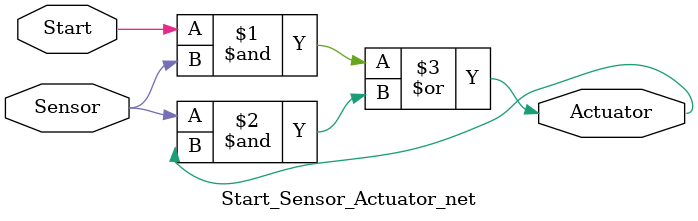
<source format=v>
/*
 * filter
*/
module Start_Sensor_Actuator_net(Start, Sensor, Actuator);

  input Start;
  input Sensor;
  output Actuator;

assign Actuator = (Start & Sensor) | (Sensor & Actuator);

// Initial state: 
// !Start !Sensor !Actuator 

endmodule



</source>
